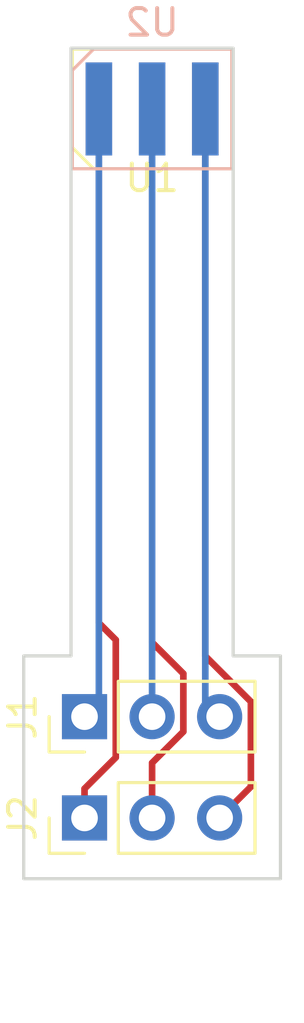
<source format=kicad_pcb>
(kicad_pcb (version 20171130) (host pcbnew "(5.1.4)-1")

  (general
    (thickness 1.6)
    (drawings 8)
    (tracks 26)
    (zones 0)
    (modules 4)
    (nets 7)
  )

  (page A4)
  (layers
    (0 F.Cu signal)
    (31 B.Cu signal)
    (32 B.Adhes user)
    (33 F.Adhes user)
    (34 B.Paste user)
    (35 F.Paste user)
    (36 B.SilkS user)
    (37 F.SilkS user)
    (38 B.Mask user)
    (39 F.Mask user)
    (40 Dwgs.User user)
    (41 Cmts.User user)
    (42 Eco1.User user)
    (43 Eco2.User user)
    (44 Edge.Cuts user)
    (45 Margin user)
    (46 B.CrtYd user)
    (47 F.CrtYd user)
    (48 B.Fab user)
    (49 F.Fab user)
  )

  (setup
    (last_trace_width 0.25)
    (trace_clearance 0.2)
    (zone_clearance 0.508)
    (zone_45_only no)
    (trace_min 0.2)
    (via_size 0.8)
    (via_drill 0.4)
    (via_min_size 0.4)
    (via_min_drill 0.3)
    (uvia_size 0.3)
    (uvia_drill 0.1)
    (uvias_allowed no)
    (uvia_min_size 0.2)
    (uvia_min_drill 0.1)
    (edge_width 0.05)
    (segment_width 0.2)
    (pcb_text_width 0.3)
    (pcb_text_size 1.5 1.5)
    (mod_edge_width 0.12)
    (mod_text_size 1 1)
    (mod_text_width 0.15)
    (pad_size 1.524 1.524)
    (pad_drill 0.762)
    (pad_to_mask_clearance 0.051)
    (solder_mask_min_width 0.25)
    (aux_axis_origin 0 0)
    (visible_elements 7FFFFFFF)
    (pcbplotparams
      (layerselection 0x010f0_ffffffff)
      (usegerberextensions false)
      (usegerberattributes false)
      (usegerberadvancedattributes false)
      (creategerberjobfile false)
      (excludeedgelayer true)
      (linewidth 0.100000)
      (plotframeref false)
      (viasonmask false)
      (mode 1)
      (useauxorigin false)
      (hpglpennumber 1)
      (hpglpenspeed 20)
      (hpglpendiameter 15.000000)
      (psnegative false)
      (psa4output false)
      (plotreference true)
      (plotvalue true)
      (plotinvisibletext false)
      (padsonsilk false)
      (subtractmaskfromsilk false)
      (outputformat 1)
      (mirror false)
      (drillshape 0)
      (scaleselection 1)
      (outputdirectory ""))
  )

  (net 0 "")
  (net 1 "Net-(J2-Pad3)")
  (net 2 "Net-(J2-Pad2)")
  (net 3 "Net-(J2-Pad1)")
  (net 4 "Net-(J1-Pad3)")
  (net 5 "Net-(J1-Pad2)")
  (net 6 "Net-(J1-Pad1)")

  (net_class Default "This is the default net class."
    (clearance 0.2)
    (trace_width 0.25)
    (via_dia 0.8)
    (via_drill 0.4)
    (uvia_dia 0.3)
    (uvia_drill 0.1)
    (add_net "Net-(J1-Pad1)")
    (add_net "Net-(J1-Pad2)")
    (add_net "Net-(J1-Pad3)")
    (add_net "Net-(J2-Pad1)")
    (add_net "Net-(J2-Pad2)")
    (add_net "Net-(J2-Pad3)")
  )

  (module Connector_PinHeader_2.54mm:PinHeader_1x03_P2.54mm_Vertical (layer F.Cu) (tedit 59FED5CC) (tstamp 5D5A2C5C)
    (at 133.35 134.62 90)
    (descr "Through hole straight pin header, 1x03, 2.54mm pitch, single row")
    (tags "Through hole pin header THT 1x03 2.54mm single row")
    (path /5D5AA91C)
    (fp_text reference J2 (at 0 -2.33 90) (layer F.SilkS)
      (effects (font (size 1 1) (thickness 0.15)))
    )
    (fp_text value Conn_01x03_Female (at 0 7.41 90) (layer F.Fab)
      (effects (font (size 1 1) (thickness 0.15)))
    )
    (fp_text user %R (at 0 2.54) (layer F.Fab)
      (effects (font (size 1 1) (thickness 0.15)))
    )
    (fp_line (start 1.8 -1.8) (end -1.8 -1.8) (layer F.CrtYd) (width 0.05))
    (fp_line (start 1.8 6.85) (end 1.8 -1.8) (layer F.CrtYd) (width 0.05))
    (fp_line (start -1.8 6.85) (end 1.8 6.85) (layer F.CrtYd) (width 0.05))
    (fp_line (start -1.8 -1.8) (end -1.8 6.85) (layer F.CrtYd) (width 0.05))
    (fp_line (start -1.33 -1.33) (end 0 -1.33) (layer F.SilkS) (width 0.12))
    (fp_line (start -1.33 0) (end -1.33 -1.33) (layer F.SilkS) (width 0.12))
    (fp_line (start -1.33 1.27) (end 1.33 1.27) (layer F.SilkS) (width 0.12))
    (fp_line (start 1.33 1.27) (end 1.33 6.41) (layer F.SilkS) (width 0.12))
    (fp_line (start -1.33 1.27) (end -1.33 6.41) (layer F.SilkS) (width 0.12))
    (fp_line (start -1.33 6.41) (end 1.33 6.41) (layer F.SilkS) (width 0.12))
    (fp_line (start -1.27 -0.635) (end -0.635 -1.27) (layer F.Fab) (width 0.1))
    (fp_line (start -1.27 6.35) (end -1.27 -0.635) (layer F.Fab) (width 0.1))
    (fp_line (start 1.27 6.35) (end -1.27 6.35) (layer F.Fab) (width 0.1))
    (fp_line (start 1.27 -1.27) (end 1.27 6.35) (layer F.Fab) (width 0.1))
    (fp_line (start -0.635 -1.27) (end 1.27 -1.27) (layer F.Fab) (width 0.1))
    (pad 3 thru_hole oval (at 0 5.08 90) (size 1.7 1.7) (drill 1) (layers *.Cu *.Mask)
      (net 1 "Net-(J2-Pad3)"))
    (pad 2 thru_hole oval (at 0 2.54 90) (size 1.7 1.7) (drill 1) (layers *.Cu *.Mask)
      (net 2 "Net-(J2-Pad2)"))
    (pad 1 thru_hole rect (at 0 0 90) (size 1.7 1.7) (drill 1) (layers *.Cu *.Mask)
      (net 3 "Net-(J2-Pad1)"))
    (model ${KISYS3DMOD}/Connector_PinHeader_2.54mm.3dshapes/PinHeader_1x03_P2.54mm_Vertical.wrl
      (at (xyz 0 0 0))
      (scale (xyz 1 1 1))
      (rotate (xyz 0 0 0))
    )
  )

  (module Connector_PinHeader_2.54mm:PinHeader_1x03_P2.54mm_Vertical (layer F.Cu) (tedit 59FED5CC) (tstamp 5D5A2C45)
    (at 133.35 130.81 90)
    (descr "Through hole straight pin header, 1x03, 2.54mm pitch, single row")
    (tags "Through hole pin header THT 1x03 2.54mm single row")
    (path /5D5AC8BA)
    (fp_text reference J1 (at 0 -2.33 90) (layer F.SilkS)
      (effects (font (size 1 1) (thickness 0.15)))
    )
    (fp_text value Conn_01x03_Female (at 0 7.41 90) (layer F.Fab)
      (effects (font (size 1 1) (thickness 0.15)))
    )
    (fp_text user %R (at 0 2.54) (layer F.Fab)
      (effects (font (size 1 1) (thickness 0.15)))
    )
    (fp_line (start 1.8 -1.8) (end -1.8 -1.8) (layer F.CrtYd) (width 0.05))
    (fp_line (start 1.8 6.85) (end 1.8 -1.8) (layer F.CrtYd) (width 0.05))
    (fp_line (start -1.8 6.85) (end 1.8 6.85) (layer F.CrtYd) (width 0.05))
    (fp_line (start -1.8 -1.8) (end -1.8 6.85) (layer F.CrtYd) (width 0.05))
    (fp_line (start -1.33 -1.33) (end 0 -1.33) (layer F.SilkS) (width 0.12))
    (fp_line (start -1.33 0) (end -1.33 -1.33) (layer F.SilkS) (width 0.12))
    (fp_line (start -1.33 1.27) (end 1.33 1.27) (layer F.SilkS) (width 0.12))
    (fp_line (start 1.33 1.27) (end 1.33 6.41) (layer F.SilkS) (width 0.12))
    (fp_line (start -1.33 1.27) (end -1.33 6.41) (layer F.SilkS) (width 0.12))
    (fp_line (start -1.33 6.41) (end 1.33 6.41) (layer F.SilkS) (width 0.12))
    (fp_line (start -1.27 -0.635) (end -0.635 -1.27) (layer F.Fab) (width 0.1))
    (fp_line (start -1.27 6.35) (end -1.27 -0.635) (layer F.Fab) (width 0.1))
    (fp_line (start 1.27 6.35) (end -1.27 6.35) (layer F.Fab) (width 0.1))
    (fp_line (start 1.27 -1.27) (end 1.27 6.35) (layer F.Fab) (width 0.1))
    (fp_line (start -0.635 -1.27) (end 1.27 -1.27) (layer F.Fab) (width 0.1))
    (pad 3 thru_hole oval (at 0 5.08 90) (size 1.7 1.7) (drill 1) (layers *.Cu *.Mask)
      (net 4 "Net-(J1-Pad3)"))
    (pad 2 thru_hole oval (at 0 2.54 90) (size 1.7 1.7) (drill 1) (layers *.Cu *.Mask)
      (net 5 "Net-(J1-Pad2)"))
    (pad 1 thru_hole rect (at 0 0 90) (size 1.7 1.7) (drill 1) (layers *.Cu *.Mask)
      (net 6 "Net-(J1-Pad1)"))
    (model ${KISYS3DMOD}/Connector_PinHeader_2.54mm.3dshapes/PinHeader_1x03_P2.54mm_Vertical.wrl
      (at (xyz 0 0 0))
      (scale (xyz 1 1 1))
      (rotate (xyz 0 0 0))
    )
  )

  (module gamecube:SOIC-3 (layer B.Cu) (tedit 0) (tstamp 5D5A27C8)
    (at 135.89 107.95)
    (path /5D59D5E9)
    (attr smd)
    (fp_text reference U2 (at 0 -3.25) (layer B.SilkS)
      (effects (font (size 1 1) (thickness 0.15)) (justify mirror))
    )
    (fp_text value gcube (at 0 3.25) (layer B.Fab)
      (effects (font (size 1 1) (thickness 0.15)) (justify mirror))
    )
    (fp_line (start -2.75 -2) (end -2.75 2) (layer B.CrtYd) (width 0.05))
    (fp_line (start 2.75 -2) (end -2.75 -2) (layer B.CrtYd) (width 0.05))
    (fp_line (start 2.75 2) (end 2.75 -2) (layer B.CrtYd) (width 0.05))
    (fp_line (start -2.75 2) (end 2.75 2) (layer B.CrtYd) (width 0.05))
    (fp_line (start 3 -2.25) (end -2.2 -2.25) (layer B.SilkS) (width 0.12))
    (fp_line (start 3 2.25) (end 3 -2.25) (layer B.SilkS) (width 0.12))
    (fp_line (start -3 2.25) (end 3 2.25) (layer B.SilkS) (width 0.12))
    (fp_line (start -3 -1.45) (end -3 2.25) (layer B.SilkS) (width 0.12))
    (fp_line (start -2.2 -2.25) (end -3 -1.45) (layer B.SilkS) (width 0.12))
    (pad 3 smd rect (at 2 0) (size 1 3.5) (layers B.Cu B.Paste B.Mask)
      (net 4 "Net-(J1-Pad3)"))
    (pad 2 smd rect (at 0 0) (size 1 3.5) (layers B.Cu B.Paste B.Mask)
      (net 5 "Net-(J1-Pad2)"))
    (pad 1 smd rect (at -2 0) (size 1 3.5) (layers B.Cu B.Paste B.Mask)
      (net 6 "Net-(J1-Pad1)"))
  )

  (module gamecube:SOIC-3 (layer F.Cu) (tedit 0) (tstamp 5D566FE4)
    (at 135.89 107.95)
    (path /5D56493D)
    (attr smd)
    (fp_text reference U1 (at 0 2.6) (layer F.SilkS)
      (effects (font (size 1 1) (thickness 0.15)))
    )
    (fp_text value gcube (at 0 -2.6) (layer F.Fab)
      (effects (font (size 1 1) (thickness 0.15)))
    )
    (fp_line (start -2.75 2) (end -2.75 -2) (layer F.CrtYd) (width 0.05))
    (fp_line (start 2.75 2) (end -2.75 2) (layer F.CrtYd) (width 0.05))
    (fp_line (start 2.75 -2) (end 2.75 2) (layer F.CrtYd) (width 0.05))
    (fp_line (start -2.75 -2) (end 2.75 -2) (layer F.CrtYd) (width 0.05))
    (fp_line (start 3 2.25) (end -2.2 2.25) (layer F.SilkS) (width 0.12))
    (fp_line (start 3 -2.25) (end 3 2.25) (layer F.SilkS) (width 0.12))
    (fp_line (start -3 -2.25) (end 3 -2.25) (layer F.SilkS) (width 0.12))
    (fp_line (start -3 1.45) (end -3 -2.25) (layer F.SilkS) (width 0.12))
    (fp_line (start -2.2 2.25) (end -3 1.45) (layer F.SilkS) (width 0.12))
    (pad 3 smd rect (at 2 0) (size 1 3.5) (layers F.Cu F.Paste F.Mask)
      (net 1 "Net-(J2-Pad3)"))
    (pad 2 smd rect (at 0 0) (size 1 3.5) (layers F.Cu F.Paste F.Mask)
      (net 2 "Net-(J2-Pad2)"))
    (pad 1 smd rect (at -2 0) (size 1 3.5) (layers F.Cu F.Paste F.Mask)
      (net 3 "Net-(J2-Pad1)"))
  )

  (gr_line (start 131.064 128.524) (end 132.842 128.524) (layer Edge.Cuts) (width 0.12) (tstamp 5D5A2F97))
  (gr_line (start 131.064 136.906) (end 131.064 128.524) (layer Edge.Cuts) (width 0.12))
  (gr_line (start 140.716 136.906) (end 131.064 136.906) (layer Edge.Cuts) (width 0.12))
  (gr_line (start 140.716 128.524) (end 140.716 136.906) (layer Edge.Cuts) (width 0.12))
  (gr_line (start 138.938 128.524) (end 140.716 128.524) (layer Edge.Cuts) (width 0.12))
  (gr_line (start 132.842 128.524) (end 132.842 105.664) (layer Edge.Cuts) (width 0.12) (tstamp 5D5A2F0E))
  (gr_line (start 138.938 105.664) (end 138.938 128.524) (layer Edge.Cuts) (width 0.12))
  (gr_line (start 132.842 105.664) (end 138.938 105.664) (layer Edge.Cuts) (width 0.12))

  (segment (start 139.279999 133.770001) (end 138.43 134.62) (width 0.25) (layer F.Cu) (net 1))
  (segment (start 139.605001 133.444999) (end 139.279999 133.770001) (width 0.25) (layer F.Cu) (net 1))
  (segment (start 139.605001 130.245999) (end 139.605001 133.444999) (width 0.25) (layer F.Cu) (net 1))
  (segment (start 137.89 128.530998) (end 139.605001 130.245999) (width 0.25) (layer F.Cu) (net 1))
  (segment (start 137.89 107.95) (end 137.89 128.530998) (width 0.25) (layer F.Cu) (net 1))
  (segment (start 135.89 109.2) (end 135.89 107.95) (width 0.25) (layer F.Cu) (net 2))
  (segment (start 135.89 132.549002) (end 137.065001 131.374001) (width 0.25) (layer F.Cu) (net 2))
  (segment (start 135.89 134.62) (end 135.89 132.549002) (width 0.25) (layer F.Cu) (net 2))
  (segment (start 137.065001 131.374001) (end 137.065001 129.191001) (width 0.25) (layer F.Cu) (net 2))
  (segment (start 135.89 128.016) (end 135.89 107.95) (width 0.25) (layer F.Cu) (net 2))
  (segment (start 137.065001 129.191001) (end 135.89 128.016) (width 0.25) (layer F.Cu) (net 2))
  (segment (start 133.89 107.95) (end 133.89 108.68) (width 0.25) (layer F.Cu) (net 3))
  (segment (start 133.35 133.52) (end 133.35 134.62) (width 0.25) (layer F.Cu) (net 3))
  (segment (start 134.525001 132.344999) (end 133.35 133.52) (width 0.25) (layer F.Cu) (net 3))
  (segment (start 133.89 107.95) (end 133.89 109.2) (width 0.25) (layer F.Cu) (net 3))
  (segment (start 134.525001 132.344999) (end 134.525001 127.921001) (width 0.25) (layer F.Cu) (net 3))
  (segment (start 133.89 127.286) (end 133.89 107.95) (width 0.25) (layer F.Cu) (net 3))
  (segment (start 134.525001 127.921001) (end 133.89 127.286) (width 0.25) (layer F.Cu) (net 3))
  (segment (start 137.89 130.27) (end 138.43 130.81) (width 0.25) (layer B.Cu) (net 4))
  (segment (start 137.89 107.95) (end 137.89 130.27) (width 0.25) (layer B.Cu) (net 4))
  (segment (start 135.89 107.95) (end 135.89 130.302) (width 0.25) (layer B.Cu) (net 5))
  (segment (start 133.35 130.556) (end 133.858 130.048) (width 0.25) (layer F.Cu) (net 6))
  (segment (start 133.35 130.81) (end 133.35 130.556) (width 0.25) (layer F.Cu) (net 6))
  (segment (start 133.89 109.95) (end 133.89 107.95) (width 0.25) (layer B.Cu) (net 6))
  (segment (start 133.89 130.27) (end 133.89 109.95) (width 0.25) (layer B.Cu) (net 6))
  (segment (start 133.35 130.81) (end 133.89 130.27) (width 0.25) (layer B.Cu) (net 6))

)

</source>
